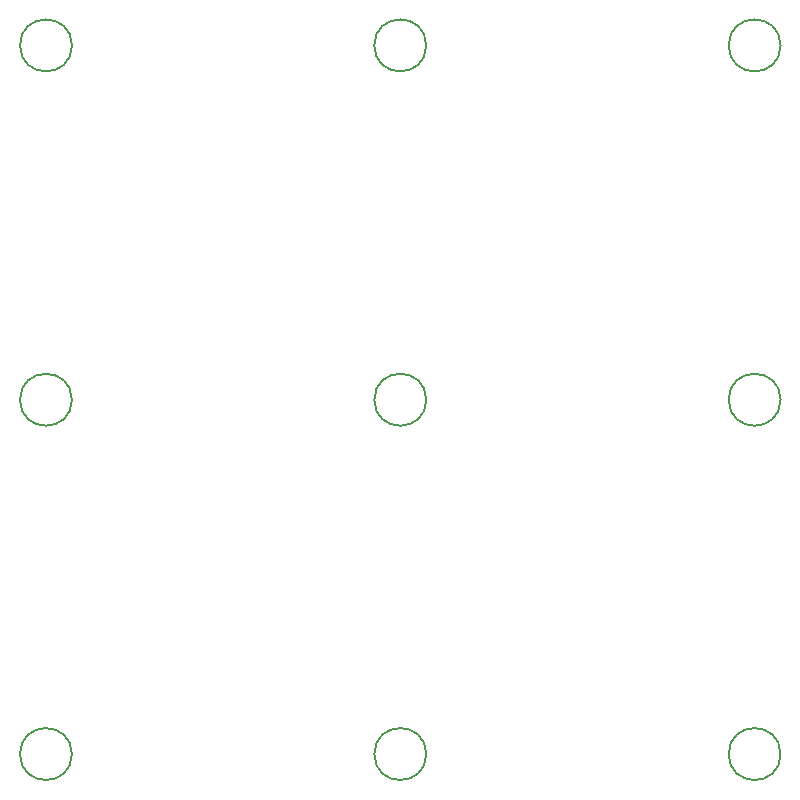
<source format=gbr>
G04 #@! TF.GenerationSoftware,KiCad,Pcbnew,9.0.1-9.0.1-0~ubuntu24.04.1*
G04 #@! TF.CreationDate,2025-04-05T16:25:19+02:00*
G04 #@! TF.ProjectId,panel,70616e65-6c2e-46b6-9963-61645f706362,rev?*
G04 #@! TF.SameCoordinates,Original*
G04 #@! TF.FileFunction,Other,Comment*
%FSLAX46Y46*%
G04 Gerber Fmt 4.6, Leading zero omitted, Abs format (unit mm)*
G04 Created by KiCad (PCBNEW 9.0.1-9.0.1-0~ubuntu24.04.1) date 2025-04-05 16:25:19*
%MOMM*%
%LPD*%
G01*
G04 APERTURE LIST*
%ADD10C,0.150000*%
G04 APERTURE END LIST*
D10*
G04 #@! TO.C,H1*
X33195716Y-80998929D02*
G75*
G02*
X28795716Y-80998929I-2200000J0D01*
G01*
X28795716Y-80998929D02*
G75*
G02*
X33195716Y-80998929I2200000J0D01*
G01*
X63195716Y-50998929D02*
G75*
G02*
X58795716Y-50998929I-2200000J0D01*
G01*
X58795716Y-50998929D02*
G75*
G02*
X63195716Y-50998929I2200000J0D01*
G01*
X33195716Y-20998929D02*
G75*
G02*
X28795716Y-20998929I-2200000J0D01*
G01*
X28795716Y-20998929D02*
G75*
G02*
X33195716Y-20998929I2200000J0D01*
G01*
X93195716Y-20998929D02*
G75*
G02*
X88795716Y-20998929I-2200000J0D01*
G01*
X88795716Y-20998929D02*
G75*
G02*
X93195716Y-20998929I2200000J0D01*
G01*
X63195716Y-80998929D02*
G75*
G02*
X58795716Y-80998929I-2200000J0D01*
G01*
X58795716Y-80998929D02*
G75*
G02*
X63195716Y-80998929I2200000J0D01*
G01*
X33195716Y-50998929D02*
G75*
G02*
X28795716Y-50998929I-2200000J0D01*
G01*
X28795716Y-50998929D02*
G75*
G02*
X33195716Y-50998929I2200000J0D01*
G01*
X63195716Y-20998929D02*
G75*
G02*
X58795716Y-20998929I-2200000J0D01*
G01*
X58795716Y-20998929D02*
G75*
G02*
X63195716Y-20998929I2200000J0D01*
G01*
X93195716Y-80998929D02*
G75*
G02*
X88795716Y-80998929I-2200000J0D01*
G01*
X88795716Y-80998929D02*
G75*
G02*
X93195716Y-80998929I2200000J0D01*
G01*
X93195716Y-50998929D02*
G75*
G02*
X88795716Y-50998929I-2200000J0D01*
G01*
X88795716Y-50998929D02*
G75*
G02*
X93195716Y-50998929I2200000J0D01*
G01*
G04 #@! TD*
M02*

</source>
